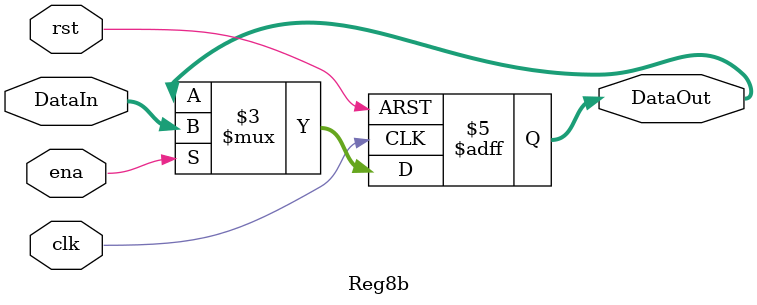
<source format=v>
`timescale 1ns / 1ps


module Reg8b(clk,rst,ena,DataIn,DataOut);
parameter n = 8;

input clk, rst, ena;
input [n-1:0] DataIn;
output reg [n-1:0] DataOut;


always @(posedge clk, posedge rst)
	begin
		if (rst)
			DataOut = 0;
		else if (ena)
			DataOut = DataIn;
		else
			DataOut = DataOut;
	end
endmodule

</source>
